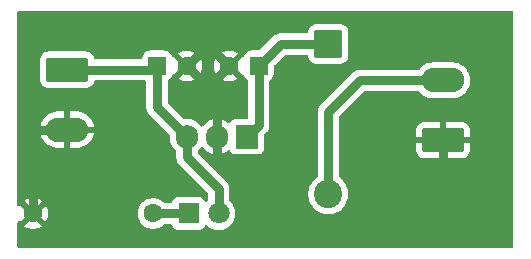
<source format=gbl>
G04 #@! TF.GenerationSoftware,KiCad,Pcbnew,9.0.7-1.fc43*
G04 #@! TF.CreationDate,2026-02-20T23:12:53+05:30*
G04 #@! TF.ProjectId,7805 voltage regulator,37383035-2076-46f6-9c74-616765207265,rev?*
G04 #@! TF.SameCoordinates,Original*
G04 #@! TF.FileFunction,Copper,L2,Bot*
G04 #@! TF.FilePolarity,Positive*
%FSLAX46Y46*%
G04 Gerber Fmt 4.6, Leading zero omitted, Abs format (unit mm)*
G04 Created by KiCad (PCBNEW 9.0.7-1.fc43) date 2026-02-20 23:12:53*
%MOMM*%
%LPD*%
G01*
G04 APERTURE LIST*
G04 Aperture macros list*
%AMRoundRect*
0 Rectangle with rounded corners*
0 $1 Rounding radius*
0 $2 $3 $4 $5 $6 $7 $8 $9 X,Y pos of 4 corners*
0 Add a 4 corners polygon primitive as box body*
4,1,4,$2,$3,$4,$5,$6,$7,$8,$9,$2,$3,0*
0 Add four circle primitives for the rounded corners*
1,1,$1+$1,$2,$3*
1,1,$1+$1,$4,$5*
1,1,$1+$1,$6,$7*
1,1,$1+$1,$8,$9*
0 Add four rect primitives between the rounded corners*
20,1,$1+$1,$2,$3,$4,$5,0*
20,1,$1+$1,$4,$5,$6,$7,0*
20,1,$1+$1,$6,$7,$8,$9,0*
20,1,$1+$1,$8,$9,$2,$3,0*%
G04 Aperture macros list end*
G04 #@! TA.AperFunction,ComponentPad*
%ADD10RoundRect,0.250001X-0.949999X0.949999X-0.949999X-0.949999X0.949999X-0.949999X0.949999X0.949999X0*%
G04 #@! TD*
G04 #@! TA.AperFunction,ComponentPad*
%ADD11C,2.400000*%
G04 #@! TD*
G04 #@! TA.AperFunction,ComponentPad*
%ADD12R,1.800000X1.800000*%
G04 #@! TD*
G04 #@! TA.AperFunction,ComponentPad*
%ADD13C,1.800000*%
G04 #@! TD*
G04 #@! TA.AperFunction,ComponentPad*
%ADD14RoundRect,0.249999X-1.550001X0.790001X-1.550001X-0.790001X1.550001X-0.790001X1.550001X0.790001X0*%
G04 #@! TD*
G04 #@! TA.AperFunction,ComponentPad*
%ADD15O,3.600000X2.080000*%
G04 #@! TD*
G04 #@! TA.AperFunction,ComponentPad*
%ADD16C,1.600000*%
G04 #@! TD*
G04 #@! TA.AperFunction,ComponentPad*
%ADD17RoundRect,0.249999X1.550001X-0.790001X1.550001X0.790001X-1.550001X0.790001X-1.550001X-0.790001X0*%
G04 #@! TD*
G04 #@! TA.AperFunction,ComponentPad*
%ADD18RoundRect,0.250000X0.550000X0.550000X-0.550000X0.550000X-0.550000X-0.550000X0.550000X-0.550000X0*%
G04 #@! TD*
G04 #@! TA.AperFunction,ComponentPad*
%ADD19RoundRect,0.250000X-0.550000X-0.550000X0.550000X-0.550000X0.550000X0.550000X-0.550000X0.550000X0*%
G04 #@! TD*
G04 #@! TA.AperFunction,ComponentPad*
%ADD20R,1.905000X2.000000*%
G04 #@! TD*
G04 #@! TA.AperFunction,ComponentPad*
%ADD21O,1.905000X2.000000*%
G04 #@! TD*
G04 #@! TA.AperFunction,Conductor*
%ADD22C,0.800000*%
G04 #@! TD*
G04 APERTURE END LIST*
D10*
G04 #@! TO.P,D2,1,K*
G04 #@! TO.N,Net-(D2-K)*
X125600000Y-91650000D03*
D11*
G04 #@! TO.P,D2,2,A*
G04 #@! TO.N,Net-(D2-A)*
X125600000Y-104350000D03*
G04 #@! TD*
D12*
G04 #@! TO.P,D1,1,K*
G04 #@! TO.N,Net-(D1-K)*
X113760000Y-106000000D03*
D13*
G04 #@! TO.P,D1,2,A*
G04 #@! TO.N,Net-(D1-A)*
X116300000Y-106000000D03*
G04 #@! TD*
D14*
G04 #@! TO.P,J2,1,Pin_1*
G04 #@! TO.N,Net-(D1-A)*
X103500000Y-93820000D03*
D15*
G04 #@! TO.P,J2,2,Pin_2*
G04 #@! TO.N,GND*
X103500000Y-98900000D03*
G04 #@! TD*
D16*
G04 #@! TO.P,R1,1*
G04 #@! TO.N,Net-(D1-K)*
X110760000Y-106000000D03*
G04 #@! TO.P,R1,2*
G04 #@! TO.N,GND*
X100600000Y-106000000D03*
G04 #@! TD*
D17*
G04 #@! TO.P,J1,1,Pin_1*
G04 #@! TO.N,GND*
X135300000Y-99800000D03*
D15*
G04 #@! TO.P,J1,2,Pin_2*
G04 #@! TO.N,Net-(D2-A)*
X135300000Y-94720000D03*
G04 #@! TD*
D18*
G04 #@! TO.P,C1,1*
G04 #@! TO.N,Net-(D2-K)*
X119705100Y-93500000D03*
D16*
G04 #@! TO.P,C1,2*
G04 #@! TO.N,GND*
X117205100Y-93500000D03*
G04 #@! TD*
D19*
G04 #@! TO.P,C2,1*
G04 #@! TO.N,Net-(D1-A)*
X111100000Y-93500000D03*
D16*
G04 #@! TO.P,C2,2*
G04 #@! TO.N,GND*
X113600000Y-93500000D03*
G04 #@! TD*
D20*
G04 #@! TO.P,U1,1,VI*
G04 #@! TO.N,Net-(D2-K)*
X118700000Y-99500000D03*
D21*
G04 #@! TO.P,U1,2,GND*
G04 #@! TO.N,GND*
X116160000Y-99500000D03*
G04 #@! TO.P,U1,3,VO*
G04 #@! TO.N,Net-(D1-A)*
X113620000Y-99500000D03*
G04 #@! TD*
D22*
G04 #@! TO.N,Net-(D2-K)*
X119705100Y-98494900D02*
X118700000Y-99500000D01*
X119705100Y-93500000D02*
X119705100Y-98494900D01*
X121555100Y-91650000D02*
X119705100Y-93500000D01*
X125600000Y-91650000D02*
X121555100Y-91650000D01*
G04 #@! TO.N,GND*
X115400000Y-91000000D02*
X115300000Y-91100000D01*
X100600000Y-90200000D02*
X101200000Y-89600000D01*
X135300000Y-99800000D02*
X135300000Y-103775000D01*
X115300000Y-91100000D02*
X115300000Y-91800000D01*
X114100000Y-89700000D02*
X115400000Y-91000000D01*
X116160000Y-94545100D02*
X117205100Y-93500000D01*
X122200000Y-107375000D02*
X131700000Y-107375000D01*
X131700000Y-107375000D02*
X135300000Y-103775000D01*
X100600000Y-90200000D02*
X100600000Y-99200000D01*
X116160000Y-99500000D02*
X116160000Y-96060000D01*
X112300000Y-89600000D02*
X112400000Y-89700000D01*
X100900000Y-98900000D02*
X100600000Y-99200000D01*
X116160000Y-99500000D02*
X116160000Y-101335000D01*
X112400000Y-89700000D02*
X114100000Y-89700000D01*
X103500000Y-98900000D02*
X100900000Y-98900000D01*
X117205100Y-93500000D02*
X115400000Y-91694900D01*
X100600000Y-99200000D02*
X100600000Y-106000000D01*
X116160000Y-96060000D02*
X113600000Y-93500000D01*
X101200000Y-89600000D02*
X112300000Y-89600000D01*
X115300000Y-91800000D02*
X113600000Y-93500000D01*
X115400000Y-91694900D02*
X115400000Y-91000000D01*
X116160000Y-99500000D02*
X116160000Y-94545100D01*
X116160000Y-101335000D02*
X122200000Y-107375000D01*
G04 #@! TO.N,Net-(D1-A)*
X113620000Y-99500000D02*
X113620000Y-101220000D01*
X113620000Y-101220000D02*
X116300000Y-103900000D01*
X103500000Y-93820000D02*
X110780000Y-93820000D01*
X110780000Y-93820000D02*
X111100000Y-93500000D01*
X116300000Y-103900000D02*
X116300000Y-106000000D01*
X111100000Y-93500000D02*
X111100000Y-96980000D01*
X111100000Y-96980000D02*
X113620000Y-99500000D01*
G04 #@! TO.N,Net-(D1-K)*
X113760000Y-106000000D02*
X111080000Y-106000000D01*
X111080000Y-106000000D02*
X110880000Y-105800000D01*
G04 #@! TO.N,Net-(D2-A)*
X125600000Y-97370000D02*
X128250000Y-94720000D01*
X135300000Y-94720000D02*
X128250000Y-94720000D01*
X125600000Y-104350000D02*
X125600000Y-97370000D01*
G04 #@! TD*
G04 #@! TA.AperFunction,Conductor*
G04 #@! TO.N,GND*
G36*
X141212539Y-88850185D02*
G01*
X141258294Y-88902989D01*
X141269500Y-88954500D01*
X141269500Y-108805500D01*
X141249815Y-108872539D01*
X141197011Y-108918294D01*
X141145500Y-108929500D01*
X99394500Y-108929500D01*
X99327461Y-108909815D01*
X99281706Y-108857011D01*
X99270500Y-108805500D01*
X99270500Y-106763426D01*
X99290185Y-106696387D01*
X99342989Y-106650632D01*
X99412147Y-106640688D01*
X99475703Y-106669713D01*
X99494819Y-106690541D01*
X99520524Y-106725922D01*
X100200000Y-106046446D01*
X100200000Y-106052661D01*
X100227259Y-106154394D01*
X100279920Y-106245606D01*
X100354394Y-106320080D01*
X100445606Y-106372741D01*
X100547339Y-106400000D01*
X100553553Y-106400000D01*
X99874076Y-107079474D01*
X99918650Y-107111859D01*
X100100968Y-107204755D01*
X100295582Y-107267990D01*
X100497683Y-107300000D01*
X100702317Y-107300000D01*
X100904417Y-107267990D01*
X101099031Y-107204755D01*
X101281349Y-107111859D01*
X101325921Y-107079474D01*
X100646447Y-106400000D01*
X100652661Y-106400000D01*
X100754394Y-106372741D01*
X100845606Y-106320080D01*
X100920080Y-106245606D01*
X100972741Y-106154394D01*
X101000000Y-106052661D01*
X101000000Y-106046448D01*
X101679474Y-106725922D01*
X101679474Y-106725921D01*
X101711859Y-106681349D01*
X101804755Y-106499031D01*
X101867990Y-106304417D01*
X101900000Y-106102317D01*
X101900000Y-105897682D01*
X101867990Y-105695582D01*
X101804755Y-105500968D01*
X101711859Y-105318650D01*
X101679474Y-105274077D01*
X101679474Y-105274076D01*
X101000000Y-105953551D01*
X101000000Y-105947339D01*
X100972741Y-105845606D01*
X100920080Y-105754394D01*
X100845606Y-105679920D01*
X100754394Y-105627259D01*
X100652661Y-105600000D01*
X100646446Y-105600000D01*
X101325922Y-104920524D01*
X101325921Y-104920523D01*
X101281359Y-104888147D01*
X101281350Y-104888141D01*
X101099031Y-104795244D01*
X100904417Y-104732009D01*
X100702317Y-104700000D01*
X100497683Y-104700000D01*
X100295582Y-104732009D01*
X100100968Y-104795244D01*
X99918644Y-104888143D01*
X99874077Y-104920523D01*
X99874077Y-104920524D01*
X100553554Y-105600000D01*
X100547339Y-105600000D01*
X100445606Y-105627259D01*
X100354394Y-105679920D01*
X100279920Y-105754394D01*
X100227259Y-105845606D01*
X100200000Y-105947339D01*
X100200000Y-105953553D01*
X99520524Y-105274077D01*
X99520522Y-105274077D01*
X99494818Y-105309457D01*
X99439489Y-105352123D01*
X99369875Y-105358102D01*
X99308080Y-105325497D01*
X99273723Y-105264658D01*
X99270500Y-105236572D01*
X99270500Y-98650000D01*
X101220400Y-98650000D01*
X102845879Y-98650000D01*
X102826901Y-98695818D01*
X102800000Y-98831056D01*
X102800000Y-98968944D01*
X102826901Y-99104182D01*
X102845879Y-99150000D01*
X101220400Y-99150000D01*
X101237919Y-99260618D01*
X101312827Y-99491159D01*
X101422874Y-99707136D01*
X101565356Y-99903245D01*
X101736754Y-100074643D01*
X101932863Y-100217125D01*
X102148840Y-100327172D01*
X102379381Y-100402079D01*
X102618800Y-100440000D01*
X103250000Y-100440000D01*
X103250000Y-99554120D01*
X103295818Y-99573099D01*
X103431056Y-99600000D01*
X103568944Y-99600000D01*
X103704182Y-99573099D01*
X103750000Y-99554120D01*
X103750000Y-100440000D01*
X104381200Y-100440000D01*
X104620618Y-100402079D01*
X104851159Y-100327172D01*
X105067136Y-100217125D01*
X105263245Y-100074643D01*
X105434643Y-99903245D01*
X105577125Y-99707136D01*
X105687172Y-99491159D01*
X105762080Y-99260618D01*
X105779600Y-99150000D01*
X104154121Y-99150000D01*
X104173099Y-99104182D01*
X104200000Y-98968944D01*
X104200000Y-98831056D01*
X104173099Y-98695818D01*
X104154121Y-98650000D01*
X105779600Y-98650000D01*
X105762080Y-98539381D01*
X105687172Y-98308840D01*
X105577125Y-98092863D01*
X105434643Y-97896754D01*
X105263245Y-97725356D01*
X105067136Y-97582874D01*
X104851159Y-97472827D01*
X104620618Y-97397920D01*
X104381200Y-97360000D01*
X103750000Y-97360000D01*
X103750000Y-98245879D01*
X103704182Y-98226901D01*
X103568944Y-98200000D01*
X103431056Y-98200000D01*
X103295818Y-98226901D01*
X103250000Y-98245879D01*
X103250000Y-97360000D01*
X102618800Y-97360000D01*
X102379381Y-97397920D01*
X102148840Y-97472827D01*
X101932863Y-97582874D01*
X101736754Y-97725356D01*
X101565356Y-97896754D01*
X101422874Y-98092863D01*
X101312827Y-98308840D01*
X101237919Y-98539381D01*
X101220400Y-98650000D01*
X99270500Y-98650000D01*
X99270500Y-92979982D01*
X101199500Y-92979982D01*
X101199500Y-94660017D01*
X101210000Y-94762796D01*
X101235994Y-94841240D01*
X101265186Y-94929335D01*
X101357288Y-95078656D01*
X101481344Y-95202712D01*
X101630665Y-95294814D01*
X101797202Y-95349999D01*
X101899990Y-95360500D01*
X101899995Y-95360500D01*
X105100005Y-95360500D01*
X105100010Y-95360500D01*
X105202798Y-95349999D01*
X105369335Y-95294814D01*
X105518656Y-95202712D01*
X105642712Y-95078656D01*
X105734814Y-94929335D01*
X105775850Y-94805495D01*
X105815623Y-94748051D01*
X105880139Y-94721228D01*
X105893556Y-94720500D01*
X110075500Y-94720500D01*
X110142539Y-94740185D01*
X110188294Y-94792989D01*
X110199500Y-94844500D01*
X110199500Y-97068696D01*
X110234103Y-97242659D01*
X110234106Y-97242669D01*
X110250111Y-97281306D01*
X110250112Y-97281310D01*
X110301984Y-97406542D01*
X110301985Y-97406544D01*
X110361063Y-97494960D01*
X110361064Y-97494961D01*
X110400534Y-97554034D01*
X112130681Y-99284181D01*
X112164166Y-99345504D01*
X112167000Y-99371862D01*
X112167000Y-99661853D01*
X112202778Y-99887746D01*
X112202778Y-99887749D01*
X112273450Y-100105255D01*
X112330451Y-100217125D01*
X112377283Y-100309038D01*
X112511714Y-100494066D01*
X112625130Y-100607482D01*
X112673432Y-100655784D01*
X112676019Y-100657993D01*
X112676730Y-100659082D01*
X112676880Y-100659232D01*
X112676848Y-100659263D01*
X112714220Y-100716495D01*
X112719500Y-100752294D01*
X112719500Y-101308696D01*
X112754103Y-101482658D01*
X112754105Y-101482666D01*
X112785526Y-101558524D01*
X112785529Y-101558529D01*
X112788046Y-101564606D01*
X112821987Y-101646547D01*
X112881063Y-101734959D01*
X112884169Y-101739607D01*
X112884172Y-101739613D01*
X112920534Y-101794034D01*
X112920535Y-101794035D01*
X115363181Y-104236680D01*
X115396666Y-104298003D01*
X115399500Y-104324361D01*
X115399500Y-104868530D01*
X115390855Y-104897970D01*
X115384332Y-104927957D01*
X115380577Y-104932972D01*
X115379815Y-104935569D01*
X115363181Y-104956211D01*
X115337464Y-104981928D01*
X115276141Y-105015413D01*
X115206449Y-105010429D01*
X115150516Y-104968557D01*
X115133601Y-104937580D01*
X115103797Y-104857671D01*
X115103793Y-104857664D01*
X115017547Y-104742455D01*
X115017544Y-104742452D01*
X114902335Y-104656206D01*
X114902328Y-104656202D01*
X114767482Y-104605908D01*
X114767483Y-104605908D01*
X114707883Y-104599501D01*
X114707881Y-104599500D01*
X114707873Y-104599500D01*
X114707864Y-104599500D01*
X112812129Y-104599500D01*
X112812123Y-104599501D01*
X112752516Y-104605908D01*
X112617671Y-104656202D01*
X112617664Y-104656206D01*
X112502455Y-104742452D01*
X112502452Y-104742455D01*
X112416206Y-104857664D01*
X112416202Y-104857671D01*
X112365908Y-104992517D01*
X112364126Y-105000062D01*
X112361853Y-104999525D01*
X112339571Y-105053312D01*
X112282177Y-105093157D01*
X112243024Y-105099500D01*
X111750047Y-105099500D01*
X111683008Y-105079815D01*
X111662366Y-105063181D01*
X111607213Y-105008028D01*
X111441613Y-104887715D01*
X111441612Y-104887714D01*
X111441610Y-104887713D01*
X111382636Y-104857664D01*
X111259223Y-104794781D01*
X111064534Y-104731522D01*
X110889995Y-104703878D01*
X110862352Y-104699500D01*
X110657648Y-104699500D01*
X110633329Y-104703351D01*
X110455465Y-104731522D01*
X110260776Y-104794781D01*
X110078386Y-104887715D01*
X109912786Y-105008028D01*
X109768028Y-105152786D01*
X109647715Y-105318386D01*
X109554781Y-105500776D01*
X109491522Y-105695465D01*
X109459500Y-105897648D01*
X109459500Y-106102351D01*
X109491522Y-106304534D01*
X109554781Y-106499223D01*
X109618691Y-106624653D01*
X109641651Y-106669713D01*
X109647715Y-106681613D01*
X109768028Y-106847213D01*
X109912786Y-106991971D01*
X110033226Y-107079474D01*
X110078390Y-107112287D01*
X110194607Y-107171503D01*
X110260776Y-107205218D01*
X110260778Y-107205218D01*
X110260781Y-107205220D01*
X110365137Y-107239127D01*
X110455465Y-107268477D01*
X110556557Y-107284488D01*
X110657648Y-107300500D01*
X110657649Y-107300500D01*
X110862351Y-107300500D01*
X110862352Y-107300500D01*
X111064534Y-107268477D01*
X111259219Y-107205220D01*
X111441610Y-107112287D01*
X111534590Y-107044732D01*
X111607213Y-106991971D01*
X111607215Y-106991968D01*
X111607219Y-106991966D01*
X111662366Y-106936819D01*
X111723689Y-106903334D01*
X111750047Y-106900500D01*
X112243023Y-106900500D01*
X112310062Y-106920185D01*
X112355817Y-106972989D01*
X112363266Y-107000134D01*
X112364124Y-106999932D01*
X112365907Y-107007479D01*
X112416202Y-107142328D01*
X112416206Y-107142335D01*
X112502452Y-107257544D01*
X112502455Y-107257547D01*
X112617664Y-107343793D01*
X112617671Y-107343797D01*
X112752517Y-107394091D01*
X112752516Y-107394091D01*
X112759444Y-107394835D01*
X112812127Y-107400500D01*
X114707872Y-107400499D01*
X114767483Y-107394091D01*
X114902331Y-107343796D01*
X115017546Y-107257546D01*
X115103796Y-107142331D01*
X115131429Y-107068243D01*
X115133601Y-107062420D01*
X115175471Y-107006486D01*
X115240936Y-106982068D01*
X115309209Y-106996919D01*
X115337464Y-107018071D01*
X115387636Y-107068243D01*
X115387641Y-107068247D01*
X115448258Y-107112287D01*
X115565978Y-107197815D01*
X115694375Y-107263237D01*
X115762393Y-107297895D01*
X115762396Y-107297896D01*
X115867221Y-107331955D01*
X115972049Y-107366015D01*
X116189778Y-107400500D01*
X116189779Y-107400500D01*
X116410221Y-107400500D01*
X116410222Y-107400500D01*
X116627951Y-107366015D01*
X116837606Y-107297895D01*
X117034022Y-107197815D01*
X117212365Y-107068242D01*
X117368242Y-106912365D01*
X117497815Y-106734022D01*
X117597895Y-106537606D01*
X117666015Y-106327951D01*
X117700500Y-106110222D01*
X117700500Y-105889778D01*
X117666015Y-105672049D01*
X117610366Y-105500776D01*
X117597896Y-105462396D01*
X117597895Y-105462393D01*
X117544755Y-105358102D01*
X117497815Y-105265978D01*
X117415577Y-105152786D01*
X117368248Y-105087642D01*
X117368244Y-105087638D01*
X117368242Y-105087635D01*
X117236818Y-104956211D01*
X117203334Y-104894888D01*
X117200500Y-104868530D01*
X117200500Y-104238549D01*
X123899500Y-104238549D01*
X123899500Y-104461450D01*
X123899501Y-104461466D01*
X123928594Y-104682452D01*
X123928595Y-104682457D01*
X123928596Y-104682463D01*
X123983593Y-104887715D01*
X123986290Y-104897780D01*
X123986293Y-104897790D01*
X124071593Y-105103722D01*
X124071595Y-105103726D01*
X124183052Y-105296774D01*
X124183057Y-105296780D01*
X124183058Y-105296782D01*
X124318751Y-105473622D01*
X124318757Y-105473629D01*
X124476370Y-105631242D01*
X124476377Y-105631248D01*
X124539808Y-105679920D01*
X124653226Y-105766948D01*
X124846274Y-105878405D01*
X125052219Y-105963710D01*
X125267537Y-106021404D01*
X125488543Y-106050500D01*
X125488550Y-106050500D01*
X125711450Y-106050500D01*
X125711457Y-106050500D01*
X125932463Y-106021404D01*
X126147781Y-105963710D01*
X126353726Y-105878405D01*
X126546774Y-105766948D01*
X126723624Y-105631247D01*
X126881247Y-105473624D01*
X127016948Y-105296774D01*
X127128405Y-105103726D01*
X127213710Y-104897781D01*
X127271404Y-104682463D01*
X127300500Y-104461457D01*
X127300500Y-104238543D01*
X127271404Y-104017537D01*
X127213710Y-103802219D01*
X127128405Y-103596274D01*
X127016948Y-103403226D01*
X126881247Y-103226376D01*
X126881242Y-103226370D01*
X126723629Y-103068757D01*
X126723622Y-103068751D01*
X126549014Y-102934770D01*
X126507811Y-102878342D01*
X126500500Y-102836394D01*
X126500500Y-98960013D01*
X133000000Y-98960013D01*
X133000000Y-99550000D01*
X134645879Y-99550000D01*
X134626901Y-99595818D01*
X134600000Y-99731056D01*
X134600000Y-99868944D01*
X134626901Y-100004182D01*
X134645879Y-100050000D01*
X133000001Y-100050000D01*
X133000001Y-100639986D01*
X133010494Y-100742696D01*
X133010494Y-100742698D01*
X133065640Y-100909119D01*
X133065645Y-100909130D01*
X133157680Y-101058340D01*
X133157683Y-101058344D01*
X133281655Y-101182316D01*
X133281659Y-101182319D01*
X133430869Y-101274354D01*
X133430880Y-101274359D01*
X133597302Y-101329505D01*
X133700020Y-101339999D01*
X135049999Y-101339999D01*
X135050000Y-101339998D01*
X135050000Y-100454120D01*
X135095818Y-100473099D01*
X135231056Y-100500000D01*
X135368944Y-100500000D01*
X135504182Y-100473099D01*
X135550000Y-100454120D01*
X135550000Y-101339999D01*
X136899972Y-101339999D01*
X136899986Y-101339998D01*
X137002696Y-101329505D01*
X137002698Y-101329505D01*
X137169119Y-101274359D01*
X137169130Y-101274354D01*
X137318340Y-101182319D01*
X137318344Y-101182316D01*
X137442316Y-101058344D01*
X137442319Y-101058340D01*
X137534354Y-100909130D01*
X137534359Y-100909119D01*
X137589505Y-100742697D01*
X137599999Y-100639986D01*
X137600000Y-100639973D01*
X137600000Y-100050000D01*
X135954121Y-100050000D01*
X135973099Y-100004182D01*
X136000000Y-99868944D01*
X136000000Y-99731056D01*
X135973099Y-99595818D01*
X135954121Y-99550000D01*
X137599999Y-99550000D01*
X137599999Y-98960028D01*
X137599998Y-98960013D01*
X137589505Y-98857303D01*
X137589505Y-98857301D01*
X137534359Y-98690880D01*
X137534354Y-98690869D01*
X137442319Y-98541659D01*
X137442316Y-98541655D01*
X137318344Y-98417683D01*
X137318340Y-98417680D01*
X137169130Y-98325645D01*
X137169119Y-98325640D01*
X137002697Y-98270494D01*
X136899986Y-98260000D01*
X135550000Y-98260000D01*
X135550000Y-99145879D01*
X135504182Y-99126901D01*
X135368944Y-99100000D01*
X135231056Y-99100000D01*
X135095818Y-99126901D01*
X135050000Y-99145879D01*
X135050000Y-98260000D01*
X133700028Y-98260000D01*
X133700012Y-98260001D01*
X133597303Y-98270494D01*
X133597301Y-98270494D01*
X133430880Y-98325640D01*
X133430869Y-98325645D01*
X133281659Y-98417680D01*
X133281655Y-98417683D01*
X133157683Y-98541655D01*
X133157680Y-98541659D01*
X133065645Y-98690869D01*
X133065640Y-98690880D01*
X133010494Y-98857302D01*
X133000000Y-98960013D01*
X126500500Y-98960013D01*
X126500500Y-97794362D01*
X126520185Y-97727323D01*
X126536819Y-97706681D01*
X128586681Y-95656819D01*
X128648004Y-95623334D01*
X128674362Y-95620500D01*
X133226907Y-95620500D01*
X133293946Y-95640185D01*
X133327223Y-95671612D01*
X133364972Y-95723569D01*
X133364974Y-95723571D01*
X133536432Y-95895029D01*
X133536437Y-95895033D01*
X133707539Y-96019345D01*
X133732602Y-96037554D01*
X133948653Y-96147638D01*
X133948655Y-96147639D01*
X134063959Y-96185103D01*
X134179265Y-96222568D01*
X134290186Y-96240136D01*
X134418755Y-96260500D01*
X134418760Y-96260500D01*
X136181245Y-96260500D01*
X136297347Y-96242110D01*
X136420735Y-96222568D01*
X136651347Y-96147638D01*
X136867398Y-96037554D01*
X137063569Y-95895028D01*
X137235028Y-95723569D01*
X137377554Y-95527398D01*
X137487638Y-95311347D01*
X137562568Y-95080735D01*
X137599984Y-94844500D01*
X137600500Y-94841245D01*
X137600500Y-94598754D01*
X137578432Y-94459431D01*
X137562568Y-94359265D01*
X137522943Y-94237310D01*
X137487639Y-94128655D01*
X137473043Y-94100009D01*
X137377554Y-93912602D01*
X137303773Y-93811051D01*
X137235033Y-93716437D01*
X137235029Y-93716432D01*
X137063567Y-93544970D01*
X137063562Y-93544966D01*
X136867401Y-93402448D01*
X136867400Y-93402447D01*
X136867398Y-93402446D01*
X136755844Y-93345606D01*
X136651344Y-93292360D01*
X136420736Y-93217432D01*
X136181245Y-93179500D01*
X136181240Y-93179500D01*
X134418760Y-93179500D01*
X134418755Y-93179500D01*
X134179263Y-93217432D01*
X133948655Y-93292360D01*
X133732598Y-93402448D01*
X133536437Y-93544966D01*
X133536432Y-93544970D01*
X133364974Y-93716428D01*
X133355156Y-93729940D01*
X133327223Y-93768386D01*
X133271895Y-93811051D01*
X133226907Y-93819500D01*
X128161303Y-93819500D01*
X127987341Y-93854103D01*
X127987329Y-93854106D01*
X127905392Y-93888045D01*
X127905393Y-93888046D01*
X127823455Y-93921985D01*
X127735040Y-93981063D01*
X127735039Y-93981064D01*
X127675961Y-94020537D01*
X124900537Y-96795961D01*
X124861064Y-96855039D01*
X124861063Y-96855040D01*
X124801985Y-96943455D01*
X124768046Y-97025393D01*
X124734106Y-97107329D01*
X124734103Y-97107341D01*
X124699500Y-97281303D01*
X124699500Y-102836394D01*
X124679815Y-102903433D01*
X124650986Y-102934770D01*
X124476377Y-103068751D01*
X124476370Y-103068757D01*
X124318757Y-103226370D01*
X124318751Y-103226377D01*
X124183058Y-103403217D01*
X124183052Y-103403226D01*
X124071595Y-103596273D01*
X124071593Y-103596277D01*
X123986293Y-103802209D01*
X123986290Y-103802219D01*
X123928597Y-104017534D01*
X123928594Y-104017547D01*
X123899501Y-104238533D01*
X123899500Y-104238549D01*
X117200500Y-104238549D01*
X117200500Y-103811306D01*
X117200499Y-103811304D01*
X117165896Y-103637341D01*
X117165893Y-103637332D01*
X117098016Y-103473459D01*
X117098009Y-103473446D01*
X116999465Y-103325966D01*
X116999464Y-103325965D01*
X116874035Y-103200536D01*
X114556819Y-100883319D01*
X114542115Y-100856391D01*
X114525523Y-100830573D01*
X114524631Y-100824372D01*
X114523334Y-100821996D01*
X114520500Y-100795638D01*
X114520500Y-100752294D01*
X114540185Y-100685255D01*
X114563981Y-100657993D01*
X114566557Y-100655792D01*
X114566566Y-100655786D01*
X114728286Y-100494066D01*
X114789992Y-100409134D01*
X114845319Y-100366470D01*
X114914932Y-100360491D01*
X114976727Y-100393096D01*
X114990626Y-100409135D01*
X115052097Y-100493741D01*
X115052097Y-100493742D01*
X115213757Y-100655402D01*
X115398723Y-100789788D01*
X115602429Y-100893582D01*
X115819871Y-100964234D01*
X115910000Y-100978509D01*
X115910000Y-99990747D01*
X115947708Y-100012518D01*
X116087591Y-100050000D01*
X116232409Y-100050000D01*
X116372292Y-100012518D01*
X116410000Y-99990747D01*
X116410000Y-100978508D01*
X116500128Y-100964234D01*
X116717570Y-100893582D01*
X116921276Y-100789788D01*
X117104059Y-100656988D01*
X117169865Y-100633508D01*
X117237919Y-100649333D01*
X117286614Y-100699439D01*
X117293127Y-100713974D01*
X117303701Y-100742326D01*
X117303706Y-100742335D01*
X117389952Y-100857544D01*
X117389955Y-100857547D01*
X117505164Y-100943793D01*
X117505171Y-100943797D01*
X117640017Y-100994091D01*
X117640016Y-100994091D01*
X117646944Y-100994835D01*
X117699627Y-101000500D01*
X119700372Y-101000499D01*
X119759983Y-100994091D01*
X119894831Y-100943796D01*
X120010046Y-100857546D01*
X120096296Y-100742331D01*
X120146591Y-100607483D01*
X120153000Y-100547873D01*
X120152999Y-99371861D01*
X120172684Y-99304823D01*
X120189313Y-99284185D01*
X120404564Y-99068936D01*
X120449020Y-99002402D01*
X120503113Y-98921447D01*
X120540848Y-98830345D01*
X120570995Y-98757566D01*
X120605600Y-98583592D01*
X120605600Y-98406208D01*
X120605600Y-94784797D01*
X120625285Y-94717758D01*
X120664503Y-94679258D01*
X120723756Y-94642712D01*
X120847812Y-94518656D01*
X120939914Y-94369334D01*
X120995099Y-94202797D01*
X121005600Y-94100009D01*
X121005599Y-93524360D01*
X121025283Y-93457322D01*
X121041913Y-93436685D01*
X121891781Y-92586819D01*
X121953104Y-92553334D01*
X121979462Y-92550500D01*
X123777356Y-92550500D01*
X123844395Y-92570185D01*
X123890150Y-92622989D01*
X123900714Y-92661897D01*
X123910000Y-92752794D01*
X123910000Y-92752795D01*
X123910001Y-92752797D01*
X123918039Y-92777053D01*
X123965186Y-92919335D01*
X123965187Y-92919337D01*
X124057286Y-93068651D01*
X124057289Y-93068655D01*
X124181344Y-93192710D01*
X124181348Y-93192713D01*
X124330662Y-93284812D01*
X124330664Y-93284813D01*
X124330666Y-93284814D01*
X124497203Y-93339999D01*
X124599992Y-93350500D01*
X124599997Y-93350500D01*
X126600003Y-93350500D01*
X126600008Y-93350500D01*
X126702797Y-93339999D01*
X126869334Y-93284814D01*
X127018655Y-93192711D01*
X127142711Y-93068655D01*
X127234814Y-92919334D01*
X127289999Y-92752797D01*
X127300500Y-92650008D01*
X127300500Y-90649992D01*
X127289999Y-90547203D01*
X127234814Y-90380666D01*
X127142711Y-90231345D01*
X127018655Y-90107289D01*
X127018651Y-90107286D01*
X126869337Y-90015187D01*
X126869335Y-90015186D01*
X126786065Y-89987593D01*
X126702797Y-89960001D01*
X126702795Y-89960000D01*
X126600015Y-89949500D01*
X126600008Y-89949500D01*
X124599992Y-89949500D01*
X124599984Y-89949500D01*
X124497204Y-89960000D01*
X124497203Y-89960001D01*
X124330664Y-90015186D01*
X124330662Y-90015187D01*
X124181348Y-90107286D01*
X124181344Y-90107289D01*
X124057289Y-90231344D01*
X124057286Y-90231348D01*
X123965187Y-90380662D01*
X123965186Y-90380664D01*
X123910001Y-90547203D01*
X123910000Y-90547205D01*
X123900714Y-90638103D01*
X123874317Y-90702795D01*
X123817136Y-90742946D01*
X123777356Y-90749500D01*
X121466403Y-90749500D01*
X121292441Y-90784103D01*
X121292429Y-90784106D01*
X121210492Y-90818045D01*
X121210493Y-90818046D01*
X121128555Y-90851985D01*
X121040140Y-90911063D01*
X121040139Y-90911064D01*
X120981061Y-90950537D01*
X119768417Y-92163181D01*
X119707094Y-92196666D01*
X119680736Y-92199500D01*
X119105098Y-92199500D01*
X119105080Y-92199501D01*
X119002303Y-92210000D01*
X119002300Y-92210001D01*
X118835768Y-92265185D01*
X118835763Y-92265187D01*
X118686442Y-92357289D01*
X118562389Y-92481342D01*
X118470287Y-92630663D01*
X118470285Y-92630668D01*
X118449817Y-92692438D01*
X118410044Y-92749883D01*
X118345528Y-92776706D01*
X118322383Y-92777052D01*
X118284574Y-92774076D01*
X117605100Y-93453551D01*
X117605100Y-93447339D01*
X117577841Y-93345606D01*
X117525180Y-93254394D01*
X117450706Y-93179920D01*
X117359494Y-93127259D01*
X117257761Y-93100000D01*
X117251546Y-93100000D01*
X117931022Y-92420524D01*
X117931021Y-92420523D01*
X117886459Y-92388147D01*
X117886450Y-92388141D01*
X117704131Y-92295244D01*
X117509517Y-92232009D01*
X117307417Y-92200000D01*
X117102783Y-92200000D01*
X116900682Y-92232009D01*
X116706068Y-92295244D01*
X116523744Y-92388143D01*
X116479177Y-92420523D01*
X116479177Y-92420524D01*
X117158654Y-93100000D01*
X117152439Y-93100000D01*
X117050706Y-93127259D01*
X116959494Y-93179920D01*
X116885020Y-93254394D01*
X116832359Y-93345606D01*
X116805100Y-93447339D01*
X116805100Y-93453553D01*
X116125624Y-92774077D01*
X116125623Y-92774077D01*
X116093243Y-92818644D01*
X116000344Y-93000968D01*
X115937109Y-93195582D01*
X115905100Y-93397682D01*
X115905100Y-93602317D01*
X115937109Y-93804417D01*
X116000344Y-93999031D01*
X116093241Y-94181350D01*
X116093247Y-94181359D01*
X116125623Y-94225921D01*
X116125624Y-94225922D01*
X116805100Y-93546446D01*
X116805100Y-93552661D01*
X116832359Y-93654394D01*
X116885020Y-93745606D01*
X116959494Y-93820080D01*
X117050706Y-93872741D01*
X117152439Y-93900000D01*
X117158653Y-93900000D01*
X116479176Y-94579474D01*
X116523750Y-94611859D01*
X116706068Y-94704755D01*
X116900682Y-94767990D01*
X117102783Y-94800000D01*
X117307417Y-94800000D01*
X117509517Y-94767990D01*
X117704131Y-94704755D01*
X117886449Y-94611859D01*
X117931021Y-94579474D01*
X117251547Y-93900000D01*
X117257761Y-93900000D01*
X117359494Y-93872741D01*
X117450706Y-93820080D01*
X117525180Y-93745606D01*
X117577841Y-93654394D01*
X117605100Y-93552661D01*
X117605100Y-93546448D01*
X118284573Y-94225921D01*
X118322380Y-94222946D01*
X118390758Y-94237310D01*
X118440515Y-94286361D01*
X118449814Y-94307556D01*
X118470286Y-94369334D01*
X118562388Y-94518656D01*
X118686444Y-94642712D01*
X118745696Y-94679258D01*
X118792421Y-94731204D01*
X118804600Y-94784797D01*
X118804600Y-97875500D01*
X118784915Y-97942539D01*
X118732111Y-97988294D01*
X118680600Y-97999500D01*
X117699629Y-97999500D01*
X117699623Y-97999501D01*
X117640016Y-98005908D01*
X117505171Y-98056202D01*
X117505164Y-98056206D01*
X117389955Y-98142452D01*
X117389952Y-98142455D01*
X117303706Y-98257664D01*
X117303702Y-98257671D01*
X117293127Y-98286026D01*
X117251256Y-98341960D01*
X117185791Y-98366377D01*
X117117518Y-98351525D01*
X117104060Y-98343011D01*
X116921279Y-98210213D01*
X116717568Y-98106417D01*
X116500124Y-98035765D01*
X116410000Y-98021490D01*
X116410000Y-99009252D01*
X116372292Y-98987482D01*
X116232409Y-98950000D01*
X116087591Y-98950000D01*
X115947708Y-98987482D01*
X115910000Y-99009252D01*
X115910000Y-98021490D01*
X115909999Y-98021490D01*
X115819875Y-98035765D01*
X115602431Y-98106417D01*
X115398723Y-98210211D01*
X115213757Y-98344597D01*
X115052097Y-98506257D01*
X114990627Y-98590864D01*
X114935297Y-98633529D01*
X114865684Y-98639508D01*
X114803889Y-98606902D01*
X114789991Y-98590864D01*
X114728286Y-98505934D01*
X114566566Y-98344214D01*
X114381538Y-98209783D01*
X114362338Y-98200000D01*
X114177755Y-98105950D01*
X113960248Y-98035278D01*
X113769199Y-98005019D01*
X113734354Y-97999500D01*
X113505646Y-97999500D01*
X113470802Y-98005018D01*
X113401510Y-97996063D01*
X113363726Y-97970226D01*
X112036819Y-96643319D01*
X112003334Y-96581996D01*
X112000500Y-96555638D01*
X112000500Y-94784797D01*
X112020185Y-94717758D01*
X112059403Y-94679258D01*
X112118656Y-94642712D01*
X112242712Y-94518656D01*
X112334814Y-94369334D01*
X112358102Y-94299054D01*
X112362110Y-94291050D01*
X112380060Y-94271772D01*
X112395055Y-94250116D01*
X112403495Y-94246606D01*
X112409725Y-94239917D01*
X112435249Y-94233404D01*
X112459571Y-94223292D01*
X112475834Y-94223048D01*
X112477425Y-94222643D01*
X112478523Y-94223008D01*
X112482719Y-94222946D01*
X112520525Y-94225921D01*
X113200000Y-93546446D01*
X113200000Y-93552661D01*
X113227259Y-93654394D01*
X113279920Y-93745606D01*
X113354394Y-93820080D01*
X113445606Y-93872741D01*
X113547339Y-93900000D01*
X113553553Y-93900000D01*
X112874076Y-94579474D01*
X112918650Y-94611859D01*
X113100968Y-94704755D01*
X113295582Y-94767990D01*
X113497683Y-94800000D01*
X113702317Y-94800000D01*
X113904417Y-94767990D01*
X114099031Y-94704755D01*
X114281349Y-94611859D01*
X114325921Y-94579474D01*
X113646447Y-93900000D01*
X113652661Y-93900000D01*
X113754394Y-93872741D01*
X113845606Y-93820080D01*
X113920080Y-93745606D01*
X113972741Y-93654394D01*
X114000000Y-93552661D01*
X114000000Y-93546448D01*
X114679474Y-94225922D01*
X114679474Y-94225921D01*
X114711859Y-94181349D01*
X114804755Y-93999031D01*
X114867990Y-93804417D01*
X114900000Y-93602317D01*
X114900000Y-93397682D01*
X114867990Y-93195582D01*
X114804755Y-93000968D01*
X114711859Y-92818650D01*
X114679474Y-92774077D01*
X114679474Y-92774076D01*
X114000000Y-93453551D01*
X114000000Y-93447339D01*
X113972741Y-93345606D01*
X113920080Y-93254394D01*
X113845606Y-93179920D01*
X113754394Y-93127259D01*
X113652661Y-93100000D01*
X113646446Y-93100000D01*
X114325922Y-92420524D01*
X114325921Y-92420523D01*
X114281359Y-92388147D01*
X114281350Y-92388141D01*
X114099031Y-92295244D01*
X113904417Y-92232009D01*
X113702317Y-92200000D01*
X113497683Y-92200000D01*
X113295582Y-92232009D01*
X113100968Y-92295244D01*
X112918644Y-92388143D01*
X112874077Y-92420523D01*
X112874077Y-92420524D01*
X113553554Y-93100000D01*
X113547339Y-93100000D01*
X113445606Y-93127259D01*
X113354394Y-93179920D01*
X113279920Y-93254394D01*
X113227259Y-93345606D01*
X113200000Y-93447339D01*
X113200000Y-93453553D01*
X112520524Y-92774077D01*
X112482719Y-92777053D01*
X112414341Y-92762689D01*
X112364584Y-92713638D01*
X112362110Y-92708949D01*
X112358101Y-92700942D01*
X112334814Y-92630666D01*
X112242712Y-92481344D01*
X112118656Y-92357288D01*
X111969334Y-92265186D01*
X111802797Y-92210001D01*
X111802795Y-92210000D01*
X111700010Y-92199500D01*
X110499998Y-92199500D01*
X110499981Y-92199501D01*
X110397203Y-92210000D01*
X110397200Y-92210001D01*
X110230668Y-92265185D01*
X110230663Y-92265187D01*
X110081342Y-92357289D01*
X109957289Y-92481342D01*
X109865187Y-92630663D01*
X109865185Y-92630668D01*
X109810001Y-92797203D01*
X109808887Y-92808106D01*
X109782489Y-92872797D01*
X109725307Y-92912947D01*
X109685529Y-92919500D01*
X105893556Y-92919500D01*
X105826517Y-92899815D01*
X105780762Y-92847011D01*
X105775850Y-92834504D01*
X105734814Y-92710665D01*
X105642712Y-92561344D01*
X105518656Y-92437288D01*
X105388957Y-92357289D01*
X105369337Y-92345187D01*
X105369332Y-92345185D01*
X105367863Y-92344698D01*
X105202798Y-92290001D01*
X105202796Y-92290000D01*
X105100017Y-92279500D01*
X105100010Y-92279500D01*
X101899990Y-92279500D01*
X101899982Y-92279500D01*
X101797203Y-92290000D01*
X101797202Y-92290001D01*
X101714669Y-92317349D01*
X101630667Y-92345185D01*
X101630662Y-92345187D01*
X101481342Y-92437289D01*
X101357289Y-92561342D01*
X101265187Y-92710662D01*
X101265186Y-92710665D01*
X101210001Y-92877202D01*
X101210001Y-92877203D01*
X101210000Y-92877203D01*
X101199500Y-92979982D01*
X99270500Y-92979982D01*
X99270500Y-88954500D01*
X99290185Y-88887461D01*
X99342989Y-88841706D01*
X99394500Y-88830500D01*
X141145500Y-88830500D01*
X141212539Y-88850185D01*
G37*
G04 #@! TD.AperFunction*
G04 #@! TD*
M02*

</source>
